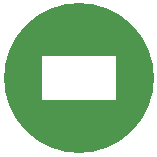
<source format=gbr>
%FSLAX34Y34*%
%MOIN*%
%ADD10C,0.5X0.25X0.15*%
D10*
X0Y0D03*
M02*

</source>
